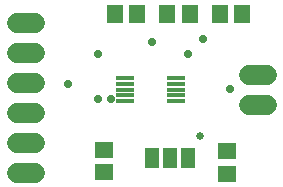
<source format=gbr>
G04 EAGLE Gerber RS-274X export*
G75*
%MOMM*%
%FSLAX34Y34*%
%LPD*%
%INSoldermask Top*%
%IPPOS*%
%AMOC8*
5,1,8,0,0,1.08239X$1,22.5*%
G01*
%ADD10R,1.427000X1.627000*%
%ADD11C,1.651000*%
%ADD12R,1.627000X1.427000*%
%ADD13R,1.295400X1.727200*%
%ADD14R,1.577000X0.427000*%
%ADD15C,0.731000*%
%ADD16C,0.635000*%


D10*
X212700Y157480D03*
X193700Y157480D03*
X149250Y157480D03*
X168250Y157480D03*
D11*
X218440Y105410D02*
X233680Y105410D01*
X233680Y80010D02*
X218440Y80010D01*
X36830Y22860D02*
X21590Y22860D01*
X21590Y48260D02*
X36830Y48260D01*
X36830Y73660D02*
X21590Y73660D01*
X21590Y99060D02*
X36830Y99060D01*
X36830Y124460D02*
X21590Y124460D01*
X21590Y149860D02*
X36830Y149860D01*
D12*
X199390Y41250D03*
X199390Y22250D03*
X95250Y42520D03*
X95250Y23520D03*
D13*
X135890Y35560D03*
X151130Y35560D03*
X166370Y35560D03*
D14*
X113030Y83310D03*
X157030Y83310D03*
X157030Y88310D03*
X113030Y88310D03*
X113030Y93310D03*
X113030Y98310D03*
X113030Y103310D03*
X157030Y93310D03*
X157030Y98310D03*
X157030Y103310D03*
D10*
X123800Y157480D03*
X104800Y157480D03*
D15*
X90170Y123190D03*
X166370Y123190D03*
X201930Y93980D03*
X179070Y135890D03*
X90170Y85090D03*
X64770Y97790D03*
D16*
X176530Y53975D03*
D15*
X101236Y85090D03*
X135890Y133350D03*
M02*

</source>
